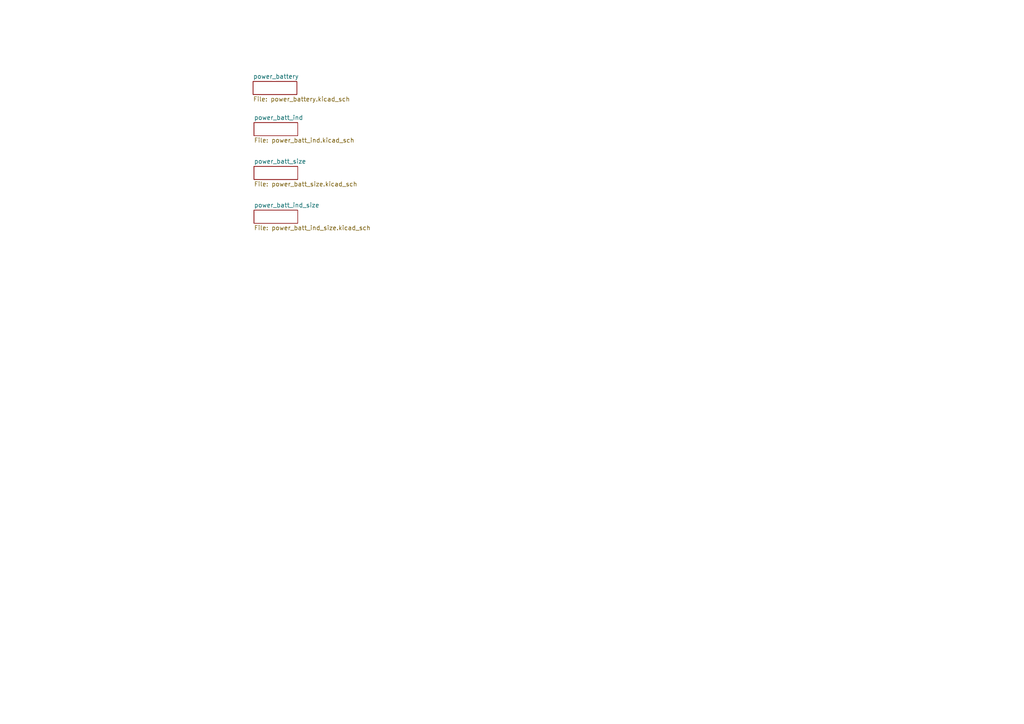
<source format=kicad_sch>
(kicad_sch (version 20211123) (generator eeschema)
  (paper "A4")
  (lib_symbols
    (symbol "clarinoid2:Placeholder" (in_bom no)
      (property "Reference" "U" (at 0 0 0))
      (property "Value" "Placeholder" (at 0 -1.27 0))
      (symbol "Placeholder_0_1"
        (rectangle (start -8.89 2.54) (end 8.89 -5.08) (fill (type background)))
      )
    )
  )
  (symbol (lib_id "clarinoid2:Placeholder") (at -39.37 46.99 0) (unit 1) (in_bom no)
    (property "Reference" "U68" (at -29.718 46.9899 0) (effects (justify left)))
    (property "Value" "mb1" (at -29.718 49.5299 0) (effects (justify left)))
    (property "Footprint" "clarinoid2:mouse-bite-2mm-slot" (effects hide))
    (property "verif" "1" (effects hide))
  )
  (symbol (lib_id "clarinoid2:Placeholder") (at -135.636 71.374 0) (unit 1) (in_bom no)
    (property "Reference" "U53" (at -125.984 71.3739 0) (effects (justify left)))
    (property "Value" "mb1" (at -125.984 73.9139 0) (effects (justify left)))
    (property "Footprint" "clarinoid2:mouse-bite-2mm-slot" (effects hide))
    (property "verif" "1" (effects hide))
  )
  (symbol (lib_id "clarinoid2:Placeholder") (at -132.08 57.404 0) (unit 1) (in_bom no)
    (property "Reference" "U55" (at -122.428 57.4039 0) (effects (justify left)))
    (property "Value" "mb1" (at -122.428 59.9439 0) (effects (justify left)))
    (property "Footprint" "clarinoid2:mouse-bite-2mm-slot" (effects hide))
    (property "verif" "1" (effects hide))
  )
  (symbol (lib_id "clarinoid2:Placeholder") (at -44.196 73.152 0) (unit 1) (in_bom no)
    (property "Reference" "U65" (at -34.544 73.1519 0) (effects (justify left)))
    (property "Value" "mb1" (at -34.544 75.6919 0) (effects (justify left)))
    (property "Footprint" "clarinoid2:mouse-bite-2mm-slot" (effects hide))
    (property "verif" "1" (effects hide))
  )
  (symbol (lib_id "clarinoid2:Placeholder") (at -75.184 85.344 0) (unit 1) (in_bom no)
    (property "Reference" "U62" (at -65.532 85.3439 0) (effects (justify left)))
    (property "Value" "mb1" (at -65.532 87.8839 0) (effects (justify left)))
    (property "Footprint" "clarinoid2:mouse-bite-2mm-slot" (effects hide))
    (property "verif" "1" (effects hide))
  )
  (symbol (lib_id "clarinoid2:Placeholder") (at -165.608 73.406 0) (unit 1) (in_bom no)
    (property "Reference" "U49" (at -155.956 73.4059 0) (effects (justify left)))
    (property "Value" "mb1" (at -155.956 75.9459 0) (effects (justify left)))
    (property "Footprint" "clarinoid2:mouse-bite-2mm-slot" (effects hide))
    (property "verif" "1" (effects hide))
  )
  (sheet (at 73.66 48.26) (size 12.7 3.81) (stroke (width 0.1524))
    (property "Sheet name" "power_batt_size" (at 73.66 47.5484 0) (effects (justify left bottom)))
    (property "Sheet file" "power_batt_size.kicad_sch" (at 73.66 52.6546 0) (effects (justify left top)))
  )
  (sheet (at 73.66 35.56) (size 12.7 3.81) (stroke (width 0.1524))
    (property "Sheet name" "power_batt_ind" (at 73.66 34.8484 0) (effects (justify left bottom)))
    (property "Sheet file" "power_batt_ind.kicad_sch" (at 73.66 39.9546 0) (effects (justify left top)))
  )
  (sheet (at 73.406 23.622) (size 12.7 3.81) (stroke (width 0.1524))
    (property "Sheet name" "power_battery" (at 73.406 22.9104 0) (effects (justify left bottom)))
    (property "Sheet file" "power_battery.kicad_sch" (at 73.406 28.0166 0) (effects (justify left top)))
  )
  (sheet (at 73.66 60.96) (size 12.7 3.81) (stroke (width 0.1524))
    (property "Sheet name" "power_batt_ind_size" (at 73.66 60.2484 0) (effects (justify left bottom)))
    (property "Sheet file" "power_batt_ind_size.kicad_sch" (at 73.66 65.3546 0) (effects (justify left top)))
  )
)
</source>
